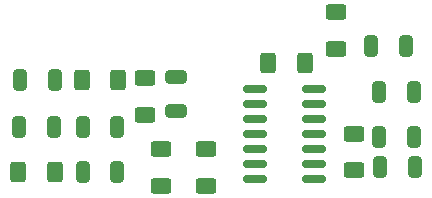
<source format=gbr>
%TF.GenerationSoftware,KiCad,Pcbnew,(6.0.4)*%
%TF.CreationDate,2022-08-01T11:19:28+10:00*%
%TF.ProjectId,GSR + ST V2,47535220-2b20-4535-9420-56322e6b6963,rev?*%
%TF.SameCoordinates,Original*%
%TF.FileFunction,Paste,Top*%
%TF.FilePolarity,Positive*%
%FSLAX46Y46*%
G04 Gerber Fmt 4.6, Leading zero omitted, Abs format (unit mm)*
G04 Created by KiCad (PCBNEW (6.0.4)) date 2022-08-01 11:19:28*
%MOMM*%
%LPD*%
G01*
G04 APERTURE LIST*
G04 Aperture macros list*
%AMRoundRect*
0 Rectangle with rounded corners*
0 $1 Rounding radius*
0 $2 $3 $4 $5 $6 $7 $8 $9 X,Y pos of 4 corners*
0 Add a 4 corners polygon primitive as box body*
4,1,4,$2,$3,$4,$5,$6,$7,$8,$9,$2,$3,0*
0 Add four circle primitives for the rounded corners*
1,1,$1+$1,$2,$3*
1,1,$1+$1,$4,$5*
1,1,$1+$1,$6,$7*
1,1,$1+$1,$8,$9*
0 Add four rect primitives between the rounded corners*
20,1,$1+$1,$2,$3,$4,$5,0*
20,1,$1+$1,$4,$5,$6,$7,0*
20,1,$1+$1,$6,$7,$8,$9,0*
20,1,$1+$1,$8,$9,$2,$3,0*%
G04 Aperture macros list end*
%ADD10RoundRect,0.250000X-0.325000X-0.650000X0.325000X-0.650000X0.325000X0.650000X-0.325000X0.650000X0*%
%ADD11RoundRect,0.250000X0.625000X-0.400000X0.625000X0.400000X-0.625000X0.400000X-0.625000X-0.400000X0*%
%ADD12RoundRect,0.150000X-0.825000X-0.150000X0.825000X-0.150000X0.825000X0.150000X-0.825000X0.150000X0*%
%ADD13RoundRect,0.250000X-0.400000X-0.625000X0.400000X-0.625000X0.400000X0.625000X-0.400000X0.625000X0*%
%ADD14RoundRect,0.250000X-0.625000X0.400000X-0.625000X-0.400000X0.625000X-0.400000X0.625000X0.400000X0*%
%ADD15RoundRect,0.250000X0.650000X-0.325000X0.650000X0.325000X-0.650000X0.325000X-0.650000X-0.325000X0*%
G04 APERTURE END LIST*
D10*
%TO.C,C2*%
X179925000Y-116400000D03*
X182875000Y-116400000D03*
%TD*%
%TO.C,C1*%
X180000000Y-112400000D03*
X182950000Y-112400000D03*
%TD*%
D11*
%TO.C,R4*%
X192000000Y-121350000D03*
X192000000Y-118250000D03*
%TD*%
%TO.C,R5*%
X208300000Y-120050000D03*
X208300000Y-116950000D03*
%TD*%
D10*
%TO.C,C8*%
X185325000Y-120200000D03*
X188275000Y-120200000D03*
%TD*%
%TO.C,C9*%
X185325000Y-116400000D03*
X188275000Y-116400000D03*
%TD*%
D12*
%TO.C,U3*%
X199925000Y-113190000D03*
X199925000Y-114460000D03*
X199925000Y-115730000D03*
X199925000Y-117000000D03*
X199925000Y-118270000D03*
X199925000Y-119540000D03*
X199925000Y-120810000D03*
X204875000Y-120810000D03*
X204875000Y-119540000D03*
X204875000Y-118270000D03*
X204875000Y-117000000D03*
X204875000Y-115730000D03*
X204875000Y-114460000D03*
X204875000Y-113190000D03*
%TD*%
D11*
%TO.C,R1*%
X190600000Y-115350000D03*
X190600000Y-112250000D03*
%TD*%
D10*
%TO.C,C4*%
X210450000Y-117200000D03*
X213400000Y-117200000D03*
%TD*%
D13*
%TO.C,R7*%
X185250000Y-112400000D03*
X188350000Y-112400000D03*
%TD*%
%TO.C,R6*%
X179850000Y-120200000D03*
X182950000Y-120200000D03*
%TD*%
D10*
%TO.C,C5*%
X209725000Y-109500000D03*
X212675000Y-109500000D03*
%TD*%
%TO.C,C7*%
X210525000Y-119800000D03*
X213475000Y-119800000D03*
%TD*%
D14*
%TO.C,R8*%
X206800000Y-106650000D03*
X206800000Y-109750000D03*
%TD*%
D13*
%TO.C,R3*%
X201050000Y-111000000D03*
X204150000Y-111000000D03*
%TD*%
D14*
%TO.C,R2*%
X195800000Y-118250000D03*
X195800000Y-121350000D03*
%TD*%
D15*
%TO.C,C3*%
X193200000Y-115075000D03*
X193200000Y-112125000D03*
%TD*%
D10*
%TO.C,C6*%
X210450000Y-113400000D03*
X213400000Y-113400000D03*
%TD*%
M02*

</source>
